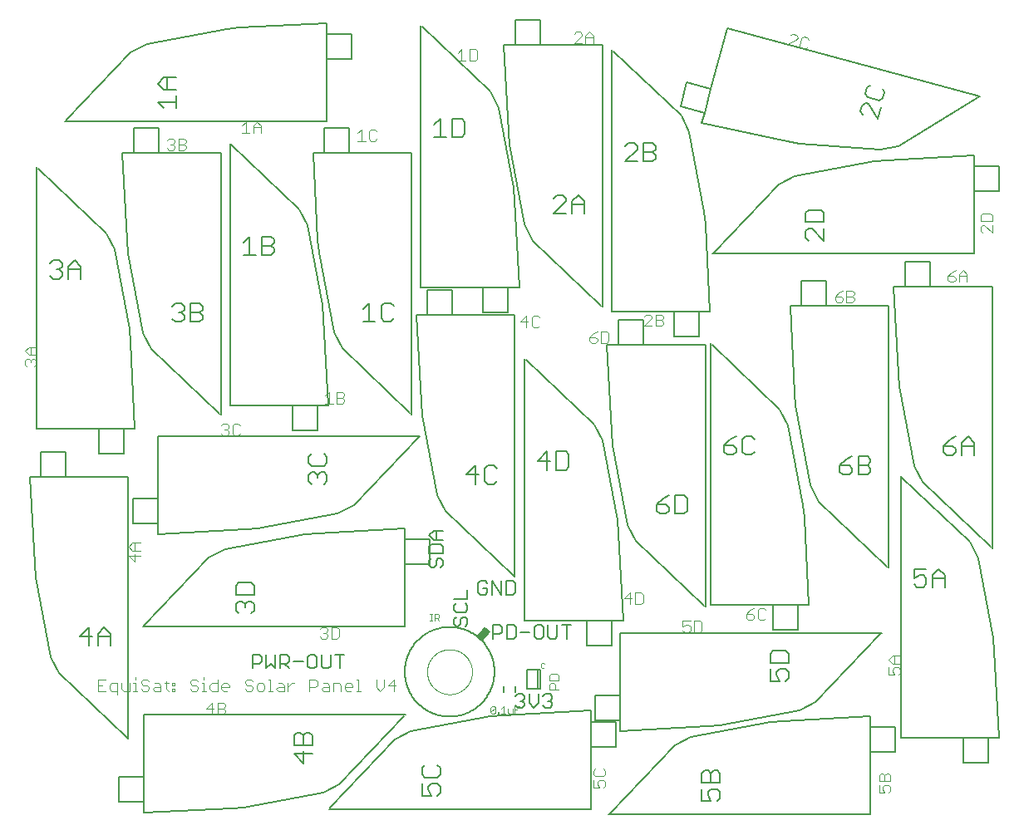
<source format=gto>
G75*
%MOIN*%
%OFA0B0*%
%FSLAX25Y25*%
%IPPOS*%
%LPD*%
%AMOC8*
5,1,8,0,0,1.08239X$1,22.5*
%
%ADD10C,0.00400*%
%ADD11C,0.00500*%
%ADD12C,0.00600*%
%ADD13C,0.00200*%
%ADD14C,0.00197*%
%ADD15C,0.00000*%
%ADD16C,0.00300*%
D10*
X0104087Y0088908D02*
X0107156Y0088908D01*
X0108691Y0088908D02*
X0110992Y0088908D01*
X0111760Y0088141D01*
X0111760Y0087374D01*
X0110992Y0086606D01*
X0108691Y0086606D01*
X0108691Y0091210D01*
X0110992Y0091210D01*
X0111760Y0090443D01*
X0111760Y0089676D01*
X0110992Y0088908D01*
X0106389Y0086606D02*
X0106389Y0091210D01*
X0104087Y0088908D01*
X0103850Y0095937D02*
X0102276Y0095937D01*
X0103063Y0095937D02*
X0103063Y0099085D01*
X0102276Y0099085D01*
X0100711Y0099872D02*
X0099924Y0100659D01*
X0098350Y0100659D01*
X0097563Y0099872D01*
X0097563Y0099085D01*
X0098350Y0098298D01*
X0099924Y0098298D01*
X0100711Y0097511D01*
X0100711Y0096724D01*
X0099924Y0095937D01*
X0098350Y0095937D01*
X0097563Y0096724D01*
X0091281Y0096724D02*
X0091281Y0095937D01*
X0090494Y0095937D01*
X0090494Y0096724D01*
X0091281Y0096724D01*
X0091281Y0098298D02*
X0090494Y0098298D01*
X0090494Y0099085D01*
X0091281Y0099085D01*
X0091281Y0098298D01*
X0088927Y0099085D02*
X0087352Y0099085D01*
X0088140Y0099872D02*
X0088140Y0096724D01*
X0088927Y0095937D01*
X0085788Y0095937D02*
X0083427Y0095937D01*
X0082640Y0096724D01*
X0083427Y0097511D01*
X0085788Y0097511D01*
X0085788Y0098298D02*
X0085788Y0095937D01*
X0085788Y0098298D02*
X0085001Y0099085D01*
X0083427Y0099085D01*
X0081075Y0099872D02*
X0080288Y0100659D01*
X0078714Y0100659D01*
X0077927Y0099872D01*
X0077927Y0099085D01*
X0078714Y0098298D01*
X0080288Y0098298D01*
X0081075Y0097511D01*
X0081075Y0096724D01*
X0080288Y0095937D01*
X0078714Y0095937D01*
X0077927Y0096724D01*
X0076359Y0095937D02*
X0074785Y0095937D01*
X0075572Y0095937D02*
X0075572Y0099085D01*
X0074785Y0099085D01*
X0073221Y0099085D02*
X0073221Y0095937D01*
X0070860Y0095937D01*
X0070073Y0096724D01*
X0070073Y0099085D01*
X0068508Y0099085D02*
X0066147Y0099085D01*
X0065360Y0098298D01*
X0065360Y0096724D01*
X0066147Y0095937D01*
X0068508Y0095937D01*
X0068508Y0094363D02*
X0068508Y0099085D01*
X0063795Y0100659D02*
X0060647Y0100659D01*
X0060647Y0095937D01*
X0063795Y0095937D01*
X0062221Y0098298D02*
X0060647Y0098298D01*
X0075572Y0100659D02*
X0075572Y0101446D01*
X0103063Y0101446D02*
X0103063Y0100659D01*
X0105418Y0098298D02*
X0106205Y0099085D01*
X0108566Y0099085D01*
X0108566Y0100659D02*
X0108566Y0095937D01*
X0106205Y0095937D01*
X0105418Y0096724D01*
X0105418Y0098298D01*
X0110130Y0098298D02*
X0110917Y0099085D01*
X0112492Y0099085D01*
X0113279Y0098298D01*
X0113279Y0097511D01*
X0110130Y0097511D01*
X0110130Y0096724D02*
X0110130Y0098298D01*
X0110130Y0096724D02*
X0110917Y0095937D01*
X0112492Y0095937D01*
X0119556Y0096724D02*
X0120343Y0095937D01*
X0121917Y0095937D01*
X0122704Y0096724D01*
X0122704Y0097511D01*
X0121917Y0098298D01*
X0120343Y0098298D01*
X0119556Y0099085D01*
X0119556Y0099872D01*
X0120343Y0100659D01*
X0121917Y0100659D01*
X0122704Y0099872D01*
X0124268Y0098298D02*
X0125056Y0099085D01*
X0126630Y0099085D01*
X0127417Y0098298D01*
X0127417Y0096724D01*
X0126630Y0095937D01*
X0125056Y0095937D01*
X0124268Y0096724D01*
X0124268Y0098298D01*
X0128981Y0095937D02*
X0130555Y0095937D01*
X0129768Y0095937D02*
X0129768Y0100659D01*
X0128981Y0100659D01*
X0132910Y0099085D02*
X0134484Y0099085D01*
X0135271Y0098298D01*
X0135271Y0095937D01*
X0132910Y0095937D01*
X0132123Y0096724D01*
X0132910Y0097511D01*
X0135271Y0097511D01*
X0136836Y0097511D02*
X0138410Y0099085D01*
X0139197Y0099085D01*
X0136836Y0099085D02*
X0136836Y0095937D01*
X0145476Y0095937D02*
X0145476Y0100659D01*
X0147837Y0100659D01*
X0148624Y0099872D01*
X0148624Y0098298D01*
X0147837Y0097511D01*
X0145476Y0097511D01*
X0150188Y0096724D02*
X0150975Y0097511D01*
X0153336Y0097511D01*
X0153336Y0098298D02*
X0153336Y0095937D01*
X0150975Y0095937D01*
X0150188Y0096724D01*
X0150975Y0099085D02*
X0152549Y0099085D01*
X0153336Y0098298D01*
X0154901Y0099085D02*
X0154901Y0095937D01*
X0158049Y0095937D02*
X0158049Y0098298D01*
X0157262Y0099085D01*
X0154901Y0099085D01*
X0159614Y0098298D02*
X0160401Y0099085D01*
X0161975Y0099085D01*
X0162762Y0098298D01*
X0162762Y0097511D01*
X0159614Y0097511D01*
X0159614Y0096724D02*
X0159614Y0098298D01*
X0159614Y0096724D02*
X0160401Y0095937D01*
X0161975Y0095937D01*
X0164326Y0095937D02*
X0165900Y0095937D01*
X0165113Y0095937D02*
X0165113Y0100659D01*
X0164326Y0100659D01*
X0172181Y0100659D02*
X0172181Y0097511D01*
X0173755Y0095937D01*
X0175329Y0097511D01*
X0175329Y0100659D01*
X0176893Y0098298D02*
X0180042Y0098298D01*
X0179255Y0095937D02*
X0179255Y0100659D01*
X0176893Y0098298D01*
X0157276Y0117728D02*
X0156509Y0116961D01*
X0154207Y0116961D01*
X0154207Y0121565D01*
X0156509Y0121565D01*
X0157276Y0120797D01*
X0157276Y0117728D01*
X0152672Y0117728D02*
X0151905Y0116961D01*
X0150370Y0116961D01*
X0149603Y0117728D01*
X0151138Y0119263D02*
X0151905Y0119263D01*
X0152672Y0118495D01*
X0152672Y0117728D01*
X0151905Y0119263D02*
X0152672Y0120030D01*
X0152672Y0120797D01*
X0151905Y0121565D01*
X0150370Y0121565D01*
X0149603Y0120797D01*
X0077545Y0150015D02*
X0072941Y0150015D01*
X0075243Y0147713D01*
X0075243Y0150783D01*
X0075243Y0152317D02*
X0075243Y0155387D01*
X0074476Y0155387D02*
X0077545Y0155387D01*
X0074476Y0155387D02*
X0072941Y0153852D01*
X0074476Y0152317D01*
X0077545Y0152317D01*
X0110681Y0198535D02*
X0109913Y0199303D01*
X0110681Y0198535D02*
X0112215Y0198535D01*
X0112983Y0199303D01*
X0112983Y0200070D01*
X0112215Y0200837D01*
X0111448Y0200837D01*
X0112215Y0200837D02*
X0112983Y0201605D01*
X0112983Y0202372D01*
X0112215Y0203139D01*
X0110681Y0203139D01*
X0109913Y0202372D01*
X0114517Y0202372D02*
X0114517Y0199303D01*
X0115285Y0198535D01*
X0116819Y0198535D01*
X0117587Y0199303D01*
X0117587Y0202372D02*
X0116819Y0203139D01*
X0115285Y0203139D01*
X0114517Y0202372D01*
X0151808Y0211331D02*
X0154877Y0211331D01*
X0153343Y0211331D02*
X0153343Y0215935D01*
X0151808Y0214400D01*
X0156412Y0213633D02*
X0158714Y0213633D01*
X0159481Y0212865D01*
X0159481Y0212098D01*
X0158714Y0211331D01*
X0156412Y0211331D01*
X0156412Y0215935D01*
X0158714Y0215935D01*
X0159481Y0215167D01*
X0159481Y0214400D01*
X0158714Y0213633D01*
X0230071Y0244144D02*
X0233140Y0244144D01*
X0234675Y0245679D02*
X0234675Y0242610D01*
X0235442Y0241843D01*
X0236977Y0241843D01*
X0237744Y0242610D01*
X0237744Y0245679D02*
X0236977Y0246446D01*
X0235442Y0246446D01*
X0234675Y0245679D01*
X0232373Y0246446D02*
X0232373Y0241843D01*
X0230071Y0244144D02*
X0232373Y0246446D01*
X0257787Y0237963D02*
X0260089Y0237963D01*
X0260857Y0237196D01*
X0260857Y0236429D01*
X0260089Y0235661D01*
X0258555Y0235661D01*
X0257787Y0236429D01*
X0257787Y0237963D01*
X0259322Y0239498D01*
X0260857Y0240265D01*
X0262391Y0240265D02*
X0264693Y0240265D01*
X0265461Y0239498D01*
X0265461Y0236429D01*
X0264693Y0235661D01*
X0262391Y0235661D01*
X0262391Y0240265D01*
X0279682Y0242394D02*
X0282751Y0245463D01*
X0282751Y0246230D01*
X0281984Y0246998D01*
X0280449Y0246998D01*
X0279682Y0246230D01*
X0279682Y0242394D02*
X0282751Y0242394D01*
X0284286Y0242394D02*
X0286588Y0242394D01*
X0287355Y0243161D01*
X0287355Y0243928D01*
X0286588Y0244696D01*
X0284286Y0244696D01*
X0284286Y0246998D02*
X0286588Y0246998D01*
X0287355Y0246230D01*
X0287355Y0245463D01*
X0286588Y0244696D01*
X0284286Y0242394D02*
X0284286Y0246998D01*
X0356213Y0252728D02*
X0356980Y0251961D01*
X0358515Y0251961D01*
X0359282Y0252728D01*
X0359282Y0253495D01*
X0358515Y0254263D01*
X0356213Y0254263D01*
X0356213Y0252728D01*
X0356213Y0254263D02*
X0357747Y0255797D01*
X0359282Y0256565D01*
X0360817Y0256565D02*
X0360817Y0251961D01*
X0363118Y0251961D01*
X0363886Y0252728D01*
X0363886Y0253495D01*
X0363118Y0254263D01*
X0360817Y0254263D01*
X0363118Y0254263D02*
X0363886Y0255030D01*
X0363886Y0255797D01*
X0363118Y0256565D01*
X0360817Y0256565D01*
X0401488Y0260878D02*
X0402255Y0260110D01*
X0403790Y0260110D01*
X0404557Y0260878D01*
X0404557Y0261645D01*
X0403790Y0262412D01*
X0401488Y0262412D01*
X0401488Y0260878D01*
X0401488Y0262412D02*
X0403023Y0263947D01*
X0404557Y0264714D01*
X0406092Y0263180D02*
X0407627Y0264714D01*
X0409161Y0263180D01*
X0409161Y0260110D01*
X0409161Y0262412D02*
X0406092Y0262412D01*
X0406092Y0263180D02*
X0406092Y0260110D01*
X0415401Y0279839D02*
X0414634Y0280607D01*
X0414634Y0282141D01*
X0415401Y0282909D01*
X0416169Y0282909D01*
X0419238Y0279839D01*
X0419238Y0282909D01*
X0419238Y0284443D02*
X0419238Y0286745D01*
X0418470Y0287513D01*
X0415401Y0287513D01*
X0414634Y0286745D01*
X0414634Y0284443D01*
X0419238Y0284443D01*
X0344906Y0354147D02*
X0343966Y0353605D01*
X0342484Y0354002D01*
X0341941Y0354942D01*
X0342735Y0357906D01*
X0343675Y0358449D01*
X0345158Y0358052D01*
X0345700Y0357112D01*
X0341253Y0358304D02*
X0340711Y0359243D01*
X0339228Y0359641D01*
X0338288Y0359098D01*
X0341253Y0358304D02*
X0341055Y0357562D01*
X0337295Y0355392D01*
X0340260Y0354598D01*
X0259240Y0355740D02*
X0259240Y0358809D01*
X0257705Y0360344D01*
X0256171Y0358809D01*
X0256171Y0355740D01*
X0254636Y0355740D02*
X0251567Y0355740D01*
X0254636Y0358809D01*
X0254636Y0359577D01*
X0253869Y0360344D01*
X0252334Y0360344D01*
X0251567Y0359577D01*
X0256171Y0358042D02*
X0259240Y0358042D01*
X0212631Y0352726D02*
X0212631Y0349657D01*
X0211863Y0348890D01*
X0209561Y0348890D01*
X0209561Y0353494D01*
X0211863Y0353494D01*
X0212631Y0352726D01*
X0208027Y0348890D02*
X0204957Y0348890D01*
X0206492Y0348890D02*
X0206492Y0353494D01*
X0204957Y0351959D01*
X0172468Y0320443D02*
X0171701Y0321210D01*
X0170167Y0321210D01*
X0169399Y0320443D01*
X0169399Y0317374D01*
X0170167Y0316606D01*
X0171701Y0316606D01*
X0172468Y0317374D01*
X0167865Y0316606D02*
X0164795Y0316606D01*
X0166330Y0316606D02*
X0166330Y0321210D01*
X0164795Y0319676D01*
X0126017Y0319717D02*
X0126017Y0322786D01*
X0124482Y0324320D01*
X0122947Y0322786D01*
X0122947Y0319717D01*
X0121413Y0319717D02*
X0118343Y0319717D01*
X0119878Y0319717D02*
X0119878Y0324320D01*
X0118343Y0322786D01*
X0122947Y0322018D02*
X0126017Y0322018D01*
X0095933Y0316821D02*
X0095933Y0316054D01*
X0095166Y0315286D01*
X0092864Y0315286D01*
X0091329Y0314519D02*
X0091329Y0313752D01*
X0090562Y0312984D01*
X0089027Y0312984D01*
X0088260Y0313752D01*
X0089794Y0315286D02*
X0090562Y0315286D01*
X0091329Y0314519D01*
X0090562Y0315286D02*
X0091329Y0316054D01*
X0091329Y0316821D01*
X0090562Y0317588D01*
X0089027Y0317588D01*
X0088260Y0316821D01*
X0092864Y0317588D02*
X0092864Y0312984D01*
X0095166Y0312984D01*
X0095933Y0313752D01*
X0095933Y0314519D01*
X0095166Y0315286D01*
X0095933Y0316821D02*
X0095166Y0317588D01*
X0092864Y0317588D01*
X0035931Y0233886D02*
X0032861Y0233886D01*
X0031327Y0232351D01*
X0032861Y0230817D01*
X0035931Y0230817D01*
X0035163Y0229282D02*
X0035931Y0228515D01*
X0035931Y0226980D01*
X0035163Y0226213D01*
X0033629Y0227747D02*
X0033629Y0228515D01*
X0034396Y0229282D01*
X0035163Y0229282D01*
X0033629Y0228515D02*
X0032861Y0229282D01*
X0032094Y0229282D01*
X0031327Y0228515D01*
X0031327Y0226980D01*
X0032094Y0226213D01*
X0033629Y0230817D02*
X0033629Y0233886D01*
X0259398Y0063989D02*
X0259398Y0062455D01*
X0260165Y0061687D01*
X0263234Y0061687D01*
X0264002Y0062455D01*
X0264002Y0063989D01*
X0263234Y0064757D01*
X0260165Y0064757D02*
X0259398Y0063989D01*
X0259398Y0060153D02*
X0259398Y0057083D01*
X0261700Y0057083D01*
X0260932Y0058618D01*
X0260932Y0059385D01*
X0261700Y0060153D01*
X0263234Y0060153D01*
X0264002Y0059385D01*
X0264002Y0057851D01*
X0263234Y0057083D01*
X0295878Y0119520D02*
X0295110Y0120287D01*
X0295878Y0119520D02*
X0297412Y0119520D01*
X0298180Y0120287D01*
X0298180Y0121822D01*
X0297412Y0122589D01*
X0296645Y0122589D01*
X0295110Y0121822D01*
X0295110Y0124124D01*
X0298180Y0124124D01*
X0299714Y0124124D02*
X0299714Y0119520D01*
X0302016Y0119520D01*
X0302783Y0120287D01*
X0302783Y0123356D01*
X0302016Y0124124D01*
X0299714Y0124124D01*
X0320627Y0125326D02*
X0321394Y0124559D01*
X0322929Y0124559D01*
X0323696Y0125326D01*
X0323696Y0126094D01*
X0322929Y0126861D01*
X0320627Y0126861D01*
X0320627Y0125326D01*
X0320627Y0126861D02*
X0322161Y0128396D01*
X0323696Y0129163D01*
X0325231Y0128396D02*
X0325231Y0125326D01*
X0325998Y0124559D01*
X0327533Y0124559D01*
X0328300Y0125326D01*
X0328300Y0128396D02*
X0327533Y0129163D01*
X0325998Y0129163D01*
X0325231Y0128396D01*
X0279245Y0131507D02*
X0278478Y0130740D01*
X0276176Y0130740D01*
X0276176Y0135344D01*
X0278478Y0135344D01*
X0279245Y0134577D01*
X0279245Y0131507D01*
X0274641Y0133042D02*
X0271572Y0133042D01*
X0273874Y0135344D01*
X0273874Y0130740D01*
X0373846Y0062021D02*
X0373846Y0059719D01*
X0378450Y0059719D01*
X0378450Y0062021D01*
X0377683Y0062788D01*
X0376916Y0062788D01*
X0376148Y0062021D01*
X0376148Y0059719D01*
X0376148Y0058184D02*
X0377683Y0058184D01*
X0378450Y0057417D01*
X0378450Y0055882D01*
X0377683Y0055115D01*
X0376148Y0055115D02*
X0375381Y0056650D01*
X0375381Y0057417D01*
X0376148Y0058184D01*
X0373846Y0058184D02*
X0373846Y0055115D01*
X0376148Y0055115D01*
X0376148Y0062021D02*
X0375381Y0062788D01*
X0374614Y0062788D01*
X0373846Y0062021D01*
X0377783Y0102354D02*
X0380085Y0102354D01*
X0379318Y0103889D01*
X0379318Y0104656D01*
X0380085Y0105424D01*
X0381620Y0105424D01*
X0382387Y0104656D01*
X0382387Y0103122D01*
X0381620Y0102354D01*
X0377783Y0102354D02*
X0377783Y0105424D01*
X0379318Y0106958D02*
X0377783Y0108493D01*
X0379318Y0110028D01*
X0382387Y0110028D01*
X0380085Y0110028D02*
X0380085Y0106958D01*
X0379318Y0106958D02*
X0382387Y0106958D01*
D11*
X0078887Y0051406D02*
X0068887Y0051406D01*
X0068887Y0061406D01*
X0078887Y0061406D01*
X0078887Y0086406D01*
X0183887Y0086406D01*
X0183387Y0085906D02*
X0157487Y0058606D01*
X0150987Y0055306D01*
X0118987Y0049306D01*
X0113887Y0048906D01*
X0078887Y0047036D01*
X0078887Y0051406D01*
X0078887Y0061406D01*
X0072745Y0076721D02*
X0072745Y0181721D01*
X0047745Y0181721D01*
X0047745Y0191721D01*
X0037745Y0191721D01*
X0037745Y0181721D01*
X0047745Y0181721D01*
X0037745Y0181721D02*
X0033375Y0181721D01*
X0035245Y0146721D01*
X0035645Y0141621D01*
X0041645Y0109621D01*
X0044945Y0103121D01*
X0072245Y0077221D01*
X0078611Y0121761D02*
X0183611Y0121761D01*
X0183611Y0146761D01*
X0193611Y0146761D01*
X0193611Y0156761D01*
X0183611Y0156761D01*
X0183611Y0146761D01*
X0193463Y0146472D02*
X0194380Y0145555D01*
X0195298Y0145555D01*
X0196215Y0146472D01*
X0196215Y0148307D01*
X0197132Y0149224D01*
X0198050Y0149224D01*
X0198967Y0148307D01*
X0198967Y0146472D01*
X0198050Y0145555D01*
X0193463Y0146472D02*
X0193463Y0148307D01*
X0194380Y0149224D01*
X0193463Y0151079D02*
X0193463Y0153832D01*
X0194380Y0154749D01*
X0198050Y0154749D01*
X0198967Y0153832D01*
X0198967Y0151079D01*
X0193463Y0151079D01*
X0195298Y0156604D02*
X0193463Y0158439D01*
X0195298Y0160274D01*
X0198967Y0160274D01*
X0196215Y0160274D02*
X0196215Y0156604D01*
X0195298Y0156604D02*
X0198967Y0156604D01*
X0199906Y0168082D02*
X0227206Y0142182D01*
X0227706Y0141682D02*
X0227706Y0246682D01*
X0202706Y0246682D01*
X0202706Y0256682D01*
X0192706Y0256682D01*
X0192706Y0246682D01*
X0202706Y0246682D01*
X0192706Y0246682D02*
X0188335Y0246682D01*
X0190206Y0211682D01*
X0190606Y0206582D01*
X0196606Y0174582D01*
X0199906Y0168082D01*
X0183611Y0161131D02*
X0183611Y0156761D01*
X0183611Y0161131D02*
X0148611Y0159261D01*
X0143511Y0158861D01*
X0111511Y0152861D01*
X0105011Y0149561D01*
X0079111Y0122261D01*
X0084713Y0158965D02*
X0119713Y0160835D01*
X0124813Y0161235D01*
X0156813Y0167235D01*
X0163313Y0170535D01*
X0189213Y0197835D01*
X0189713Y0198335D02*
X0084713Y0198335D01*
X0084713Y0173335D01*
X0074713Y0173335D01*
X0074713Y0163335D01*
X0084713Y0163335D01*
X0084713Y0173335D01*
X0084713Y0163335D02*
X0084713Y0158965D01*
X0071131Y0191013D02*
X0061131Y0191013D01*
X0061131Y0201013D01*
X0036131Y0201013D01*
X0036131Y0306013D01*
X0036631Y0305513D02*
X0063931Y0279613D01*
X0067231Y0273113D01*
X0073231Y0241113D01*
X0073631Y0236013D01*
X0075501Y0201013D01*
X0071131Y0201013D01*
X0071131Y0191013D01*
X0071131Y0201013D02*
X0061131Y0201013D01*
X0082071Y0233121D02*
X0109371Y0207221D01*
X0109871Y0206721D02*
X0109871Y0311721D01*
X0084871Y0311721D01*
X0084871Y0321721D01*
X0074871Y0321721D01*
X0074871Y0311721D01*
X0084871Y0311721D01*
X0074871Y0311721D02*
X0070501Y0311721D01*
X0072371Y0276721D01*
X0072771Y0271621D01*
X0078771Y0239621D01*
X0082071Y0233121D01*
X0113611Y0210619D02*
X0113611Y0315619D01*
X0114111Y0315119D02*
X0141411Y0289219D01*
X0144711Y0282719D01*
X0150711Y0250719D01*
X0151111Y0245619D01*
X0152981Y0210619D01*
X0148611Y0210619D01*
X0148611Y0200619D01*
X0138611Y0200619D01*
X0138611Y0210619D01*
X0113611Y0210619D01*
X0138611Y0210619D02*
X0148611Y0210619D01*
X0158528Y0233357D02*
X0185828Y0207457D01*
X0186328Y0206957D02*
X0186328Y0311957D01*
X0161328Y0311957D01*
X0161328Y0321957D01*
X0151328Y0321957D01*
X0151328Y0311957D01*
X0161328Y0311957D01*
X0151328Y0311957D02*
X0146957Y0311957D01*
X0148828Y0276957D01*
X0149228Y0271857D01*
X0155228Y0239857D01*
X0158528Y0233357D01*
X0190146Y0257863D02*
X0190146Y0362863D01*
X0190646Y0362363D02*
X0217946Y0336463D01*
X0221246Y0329963D01*
X0227246Y0297963D01*
X0227646Y0292863D01*
X0229517Y0257863D01*
X0225146Y0257863D01*
X0225146Y0247863D01*
X0215146Y0247863D01*
X0215146Y0257863D01*
X0190146Y0257863D01*
X0215146Y0257863D02*
X0225146Y0257863D01*
X0235063Y0276507D02*
X0262363Y0250607D01*
X0262863Y0250107D02*
X0262863Y0355107D01*
X0237863Y0355107D01*
X0237863Y0365107D01*
X0227863Y0365107D01*
X0227863Y0355107D01*
X0237863Y0355107D01*
X0227863Y0355107D02*
X0223493Y0355107D01*
X0225363Y0320107D01*
X0225763Y0315007D01*
X0231763Y0283007D01*
X0235063Y0276507D01*
X0266721Y0248099D02*
X0266721Y0353099D01*
X0267221Y0352599D02*
X0294521Y0326699D01*
X0297821Y0320199D01*
X0303821Y0288199D01*
X0304221Y0283099D01*
X0306091Y0248099D01*
X0301721Y0248099D01*
X0301721Y0238099D01*
X0291721Y0238099D01*
X0291721Y0248099D01*
X0266721Y0248099D01*
X0269202Y0244713D02*
X0269202Y0234713D01*
X0279202Y0234713D01*
X0279202Y0244713D01*
X0269202Y0244713D01*
X0269202Y0234713D02*
X0264831Y0234713D01*
X0266702Y0199713D01*
X0267102Y0194613D01*
X0273102Y0162613D01*
X0276402Y0156113D01*
X0303702Y0130213D01*
X0304202Y0129713D02*
X0304202Y0234713D01*
X0279202Y0234713D01*
X0291721Y0248099D02*
X0301721Y0248099D01*
X0306367Y0235383D02*
X0306367Y0130383D01*
X0331367Y0130383D01*
X0331367Y0120383D01*
X0341367Y0120383D01*
X0341367Y0130383D01*
X0331367Y0130383D01*
X0341367Y0130383D02*
X0345737Y0130383D01*
X0343867Y0165383D01*
X0343467Y0170483D01*
X0337467Y0202483D01*
X0334167Y0208983D01*
X0306867Y0234883D01*
X0338217Y0250461D02*
X0340087Y0215461D01*
X0340487Y0210361D01*
X0346487Y0178361D01*
X0349787Y0171861D01*
X0377087Y0145961D01*
X0377587Y0145461D02*
X0377587Y0250461D01*
X0352587Y0250461D01*
X0352587Y0260461D01*
X0342587Y0260461D01*
X0342587Y0250461D01*
X0352587Y0250461D01*
X0342587Y0250461D02*
X0338217Y0250461D01*
X0307615Y0271867D02*
X0333515Y0299167D01*
X0340015Y0302467D01*
X0372015Y0308467D01*
X0377115Y0308867D01*
X0412115Y0310737D01*
X0412115Y0306367D01*
X0422115Y0306367D01*
X0422115Y0296367D01*
X0412115Y0296367D01*
X0412115Y0271367D01*
X0307115Y0271367D01*
X0302713Y0323693D02*
X0337004Y0316440D01*
X0342034Y0315507D01*
X0374496Y0313020D01*
X0381629Y0314525D01*
X0413712Y0334192D01*
X0414325Y0334545D02*
X0312902Y0361721D01*
X0306432Y0337573D01*
X0296773Y0340161D01*
X0294184Y0330502D01*
X0303844Y0327914D01*
X0306432Y0337573D01*
X0303844Y0327914D02*
X0302713Y0323693D01*
X0379831Y0258335D02*
X0381702Y0223335D01*
X0382102Y0218235D01*
X0388102Y0186235D01*
X0391402Y0179735D01*
X0418702Y0153835D01*
X0419202Y0153335D02*
X0419202Y0258335D01*
X0394202Y0258335D01*
X0394202Y0268335D01*
X0384202Y0268335D01*
X0384202Y0258335D01*
X0394202Y0258335D01*
X0384202Y0258335D02*
X0379831Y0258335D01*
X0412115Y0296367D02*
X0412115Y0306367D01*
X0382587Y0182154D02*
X0382587Y0077154D01*
X0407587Y0077154D01*
X0407587Y0067154D01*
X0417587Y0067154D01*
X0417587Y0077154D01*
X0407587Y0077154D01*
X0417587Y0077154D02*
X0421957Y0077154D01*
X0420087Y0112154D01*
X0419687Y0117254D01*
X0413687Y0149254D01*
X0410387Y0155754D01*
X0383087Y0181654D01*
X0374910Y0119320D02*
X0269910Y0119320D01*
X0269910Y0094320D01*
X0259910Y0094320D01*
X0259910Y0084320D01*
X0269910Y0084320D01*
X0269910Y0094320D01*
X0258257Y0088020D02*
X0223257Y0086150D01*
X0218157Y0085750D01*
X0186157Y0079750D01*
X0179657Y0076450D01*
X0153757Y0049150D01*
X0153257Y0048650D02*
X0258257Y0048650D01*
X0258257Y0073650D01*
X0268257Y0073650D01*
X0268257Y0083650D01*
X0258257Y0083650D01*
X0258257Y0073650D01*
X0258257Y0083650D02*
X0258257Y0088020D01*
X0269910Y0084320D02*
X0269910Y0079950D01*
X0304910Y0081820D01*
X0310010Y0082220D01*
X0342010Y0088220D01*
X0348510Y0091520D01*
X0374410Y0118820D01*
X0370461Y0085776D02*
X0335461Y0083906D01*
X0330361Y0083506D01*
X0298361Y0077506D01*
X0291861Y0074206D01*
X0265961Y0046906D01*
X0265461Y0046406D02*
X0370461Y0046406D01*
X0370461Y0071406D01*
X0380461Y0071406D01*
X0380461Y0081406D01*
X0370461Y0081406D01*
X0370461Y0071406D01*
X0370461Y0081406D02*
X0370461Y0085776D01*
X0271209Y0124320D02*
X0269339Y0159320D01*
X0268939Y0164420D01*
X0262939Y0196420D01*
X0259639Y0202920D01*
X0232339Y0228820D01*
X0231839Y0229320D02*
X0231839Y0124320D01*
X0256839Y0124320D01*
X0256839Y0114320D01*
X0266839Y0114320D01*
X0266839Y0124320D01*
X0256839Y0124320D01*
X0250351Y0122358D02*
X0246681Y0122358D01*
X0248516Y0122358D02*
X0248516Y0116853D01*
X0244827Y0117771D02*
X0243909Y0116853D01*
X0242074Y0116853D01*
X0241157Y0117771D01*
X0241157Y0122358D01*
X0239302Y0121440D02*
X0238384Y0122358D01*
X0236549Y0122358D01*
X0235632Y0121440D01*
X0235632Y0117771D01*
X0236549Y0116853D01*
X0238384Y0116853D01*
X0239302Y0117771D01*
X0239302Y0121440D01*
X0244827Y0122358D02*
X0244827Y0117771D01*
X0233777Y0119605D02*
X0230107Y0119605D01*
X0228252Y0117771D02*
X0228252Y0121440D01*
X0227335Y0122358D01*
X0224583Y0122358D01*
X0224583Y0116853D01*
X0227335Y0116853D01*
X0228252Y0117771D01*
X0222728Y0119605D02*
X0221810Y0118688D01*
X0219058Y0118688D01*
X0219058Y0116853D02*
X0219058Y0122358D01*
X0221810Y0122358D01*
X0222728Y0121440D01*
X0222728Y0119605D01*
X0208810Y0122850D02*
X0207892Y0121933D01*
X0208810Y0122850D02*
X0208810Y0124685D01*
X0207892Y0125602D01*
X0206975Y0125602D01*
X0206057Y0124685D01*
X0206057Y0122850D01*
X0205140Y0121933D01*
X0204223Y0121933D01*
X0203305Y0122850D01*
X0203305Y0124685D01*
X0204223Y0125602D01*
X0204223Y0127457D02*
X0207892Y0127457D01*
X0208810Y0128375D01*
X0208810Y0130210D01*
X0207892Y0131127D01*
X0208810Y0132982D02*
X0203305Y0132982D01*
X0204223Y0131127D02*
X0203305Y0130210D01*
X0203305Y0128375D01*
X0204223Y0127457D01*
X0208810Y0132982D02*
X0208810Y0136652D01*
X0213152Y0135487D02*
X0214070Y0134570D01*
X0215905Y0134570D01*
X0216822Y0135487D01*
X0216822Y0137322D01*
X0214987Y0137322D01*
X0213152Y0139157D02*
X0213152Y0135487D01*
X0213152Y0139157D02*
X0214070Y0140074D01*
X0215905Y0140074D01*
X0216822Y0139157D01*
X0218677Y0140074D02*
X0222347Y0134570D01*
X0222347Y0140074D01*
X0224202Y0140074D02*
X0226954Y0140074D01*
X0227872Y0139157D01*
X0227872Y0135487D01*
X0226954Y0134570D01*
X0224202Y0134570D01*
X0224202Y0140074D01*
X0218677Y0140074D02*
X0218677Y0134570D01*
X0232784Y0104595D02*
X0237115Y0104595D01*
X0237115Y0096721D01*
X0232784Y0096721D01*
X0232784Y0104595D01*
X0237115Y0104595D02*
X0237902Y0104595D01*
X0237902Y0096721D01*
X0237115Y0096721D01*
X0237269Y0094704D02*
X0237269Y0091034D01*
X0235434Y0089200D01*
X0233599Y0091034D01*
X0233599Y0094704D01*
X0231744Y0093787D02*
X0231744Y0092869D01*
X0230827Y0091952D01*
X0231744Y0091034D01*
X0231744Y0090117D01*
X0230827Y0089200D01*
X0228992Y0089200D01*
X0228074Y0090117D01*
X0229909Y0091952D02*
X0230827Y0091952D01*
X0231744Y0093787D02*
X0230827Y0094704D01*
X0228992Y0094704D01*
X0228074Y0093787D01*
X0239124Y0093787D02*
X0240041Y0094704D01*
X0241876Y0094704D01*
X0242793Y0093787D01*
X0242793Y0092869D01*
X0241876Y0091952D01*
X0242793Y0091034D01*
X0242793Y0090117D01*
X0241876Y0089200D01*
X0240041Y0089200D01*
X0239124Y0090117D01*
X0240959Y0091952D02*
X0241876Y0091952D01*
X0266839Y0124320D02*
X0271209Y0124320D01*
X0183667Y0103650D02*
X0183672Y0104091D01*
X0183689Y0104532D01*
X0183716Y0104972D01*
X0183754Y0105412D01*
X0183802Y0105850D01*
X0183862Y0106288D01*
X0183932Y0106723D01*
X0184012Y0107157D01*
X0184104Y0107589D01*
X0184206Y0108018D01*
X0184318Y0108444D01*
X0184441Y0108868D01*
X0184574Y0109289D01*
X0184718Y0109706D01*
X0184872Y0110119D01*
X0185035Y0110529D01*
X0185209Y0110935D01*
X0185393Y0111336D01*
X0185586Y0111732D01*
X0185790Y0112124D01*
X0186002Y0112510D01*
X0186224Y0112892D01*
X0186456Y0113267D01*
X0186697Y0113637D01*
X0186946Y0114001D01*
X0187205Y0114358D01*
X0187472Y0114709D01*
X0187747Y0115054D01*
X0188031Y0115391D01*
X0188324Y0115722D01*
X0188624Y0116045D01*
X0188932Y0116361D01*
X0189248Y0116669D01*
X0189571Y0116969D01*
X0189902Y0117262D01*
X0190239Y0117546D01*
X0190584Y0117821D01*
X0190935Y0118088D01*
X0191292Y0118347D01*
X0191656Y0118596D01*
X0192026Y0118837D01*
X0192401Y0119069D01*
X0192783Y0119291D01*
X0193169Y0119503D01*
X0193561Y0119707D01*
X0193957Y0119900D01*
X0194358Y0120084D01*
X0194764Y0120258D01*
X0195174Y0120421D01*
X0195587Y0120575D01*
X0196004Y0120719D01*
X0196425Y0120852D01*
X0196849Y0120975D01*
X0197275Y0121087D01*
X0197704Y0121189D01*
X0198136Y0121281D01*
X0198570Y0121361D01*
X0199005Y0121431D01*
X0199443Y0121491D01*
X0199881Y0121539D01*
X0200321Y0121577D01*
X0200761Y0121604D01*
X0201202Y0121621D01*
X0201643Y0121626D01*
X0202084Y0121621D01*
X0202525Y0121604D01*
X0202965Y0121577D01*
X0203405Y0121539D01*
X0203843Y0121491D01*
X0204281Y0121431D01*
X0204716Y0121361D01*
X0205150Y0121281D01*
X0205582Y0121189D01*
X0206011Y0121087D01*
X0206437Y0120975D01*
X0206861Y0120852D01*
X0207282Y0120719D01*
X0207699Y0120575D01*
X0208112Y0120421D01*
X0208522Y0120258D01*
X0208928Y0120084D01*
X0209329Y0119900D01*
X0209725Y0119707D01*
X0210117Y0119503D01*
X0210503Y0119291D01*
X0210885Y0119069D01*
X0211260Y0118837D01*
X0211630Y0118596D01*
X0211994Y0118347D01*
X0212351Y0118088D01*
X0212702Y0117821D01*
X0213047Y0117546D01*
X0213384Y0117262D01*
X0213715Y0116969D01*
X0214038Y0116669D01*
X0214354Y0116361D01*
X0214662Y0116045D01*
X0214962Y0115722D01*
X0215255Y0115391D01*
X0215539Y0115054D01*
X0215814Y0114709D01*
X0216081Y0114358D01*
X0216340Y0114001D01*
X0216589Y0113637D01*
X0216830Y0113267D01*
X0217062Y0112892D01*
X0217284Y0112510D01*
X0217496Y0112124D01*
X0217700Y0111732D01*
X0217893Y0111336D01*
X0218077Y0110935D01*
X0218251Y0110529D01*
X0218414Y0110119D01*
X0218568Y0109706D01*
X0218712Y0109289D01*
X0218845Y0108868D01*
X0218968Y0108444D01*
X0219080Y0108018D01*
X0219182Y0107589D01*
X0219274Y0107157D01*
X0219354Y0106723D01*
X0219424Y0106288D01*
X0219484Y0105850D01*
X0219532Y0105412D01*
X0219570Y0104972D01*
X0219597Y0104532D01*
X0219614Y0104091D01*
X0219619Y0103650D01*
X0219614Y0103209D01*
X0219597Y0102768D01*
X0219570Y0102328D01*
X0219532Y0101888D01*
X0219484Y0101450D01*
X0219424Y0101012D01*
X0219354Y0100577D01*
X0219274Y0100143D01*
X0219182Y0099711D01*
X0219080Y0099282D01*
X0218968Y0098856D01*
X0218845Y0098432D01*
X0218712Y0098011D01*
X0218568Y0097594D01*
X0218414Y0097181D01*
X0218251Y0096771D01*
X0218077Y0096365D01*
X0217893Y0095964D01*
X0217700Y0095568D01*
X0217496Y0095176D01*
X0217284Y0094790D01*
X0217062Y0094408D01*
X0216830Y0094033D01*
X0216589Y0093663D01*
X0216340Y0093299D01*
X0216081Y0092942D01*
X0215814Y0092591D01*
X0215539Y0092246D01*
X0215255Y0091909D01*
X0214962Y0091578D01*
X0214662Y0091255D01*
X0214354Y0090939D01*
X0214038Y0090631D01*
X0213715Y0090331D01*
X0213384Y0090038D01*
X0213047Y0089754D01*
X0212702Y0089479D01*
X0212351Y0089212D01*
X0211994Y0088953D01*
X0211630Y0088704D01*
X0211260Y0088463D01*
X0210885Y0088231D01*
X0210503Y0088009D01*
X0210117Y0087797D01*
X0209725Y0087593D01*
X0209329Y0087400D01*
X0208928Y0087216D01*
X0208522Y0087042D01*
X0208112Y0086879D01*
X0207699Y0086725D01*
X0207282Y0086581D01*
X0206861Y0086448D01*
X0206437Y0086325D01*
X0206011Y0086213D01*
X0205582Y0086111D01*
X0205150Y0086019D01*
X0204716Y0085939D01*
X0204281Y0085869D01*
X0203843Y0085809D01*
X0203405Y0085761D01*
X0202965Y0085723D01*
X0202525Y0085696D01*
X0202084Y0085679D01*
X0201643Y0085674D01*
X0201202Y0085679D01*
X0200761Y0085696D01*
X0200321Y0085723D01*
X0199881Y0085761D01*
X0199443Y0085809D01*
X0199005Y0085869D01*
X0198570Y0085939D01*
X0198136Y0086019D01*
X0197704Y0086111D01*
X0197275Y0086213D01*
X0196849Y0086325D01*
X0196425Y0086448D01*
X0196004Y0086581D01*
X0195587Y0086725D01*
X0195174Y0086879D01*
X0194764Y0087042D01*
X0194358Y0087216D01*
X0193957Y0087400D01*
X0193561Y0087593D01*
X0193169Y0087797D01*
X0192783Y0088009D01*
X0192401Y0088231D01*
X0192026Y0088463D01*
X0191656Y0088704D01*
X0191292Y0088953D01*
X0190935Y0089212D01*
X0190584Y0089479D01*
X0190239Y0089754D01*
X0189902Y0090038D01*
X0189571Y0090331D01*
X0189248Y0090631D01*
X0188932Y0090939D01*
X0188624Y0091255D01*
X0188324Y0091578D01*
X0188031Y0091909D01*
X0187747Y0092246D01*
X0187472Y0092591D01*
X0187205Y0092942D01*
X0186946Y0093299D01*
X0186697Y0093663D01*
X0186456Y0094033D01*
X0186224Y0094408D01*
X0186002Y0094790D01*
X0185790Y0095176D01*
X0185586Y0095568D01*
X0185393Y0095964D01*
X0185209Y0096365D01*
X0185035Y0096771D01*
X0184872Y0097181D01*
X0184718Y0097594D01*
X0184574Y0098011D01*
X0184441Y0098432D01*
X0184318Y0098856D01*
X0184206Y0099282D01*
X0184104Y0099711D01*
X0184012Y0100143D01*
X0183932Y0100577D01*
X0183862Y0101012D01*
X0183802Y0101450D01*
X0183754Y0101888D01*
X0183716Y0102328D01*
X0183689Y0102768D01*
X0183672Y0103209D01*
X0183667Y0103650D01*
X0159419Y0110547D02*
X0155749Y0110547D01*
X0157584Y0110547D02*
X0157584Y0105042D01*
X0153895Y0105960D02*
X0153895Y0110547D01*
X0150225Y0110547D02*
X0150225Y0105960D01*
X0151142Y0105042D01*
X0152977Y0105042D01*
X0153895Y0105960D01*
X0148370Y0105960D02*
X0148370Y0109629D01*
X0147452Y0110547D01*
X0145617Y0110547D01*
X0144700Y0109629D01*
X0144700Y0105960D01*
X0145617Y0105042D01*
X0147452Y0105042D01*
X0148370Y0105960D01*
X0142845Y0107794D02*
X0139175Y0107794D01*
X0137320Y0107794D02*
X0136403Y0106877D01*
X0133651Y0106877D01*
X0135486Y0106877D02*
X0137320Y0105042D01*
X0137320Y0107794D02*
X0137320Y0109629D01*
X0136403Y0110547D01*
X0133651Y0110547D01*
X0133651Y0105042D01*
X0131796Y0105042D02*
X0131796Y0110547D01*
X0128126Y0110547D02*
X0128126Y0105042D01*
X0129961Y0106877D01*
X0131796Y0105042D01*
X0126271Y0107794D02*
X0125354Y0106877D01*
X0122601Y0106877D01*
X0122601Y0105042D02*
X0122601Y0110547D01*
X0125354Y0110547D01*
X0126271Y0109629D01*
X0126271Y0107794D01*
X0152351Y0324517D02*
X0047351Y0324517D01*
X0047851Y0325017D02*
X0073751Y0352317D01*
X0080251Y0355617D01*
X0112251Y0361617D01*
X0117351Y0362017D01*
X0152351Y0363887D01*
X0152351Y0359517D01*
X0162351Y0359517D01*
X0162351Y0349517D01*
X0152351Y0349517D01*
X0152351Y0324517D01*
X0152351Y0349517D02*
X0152351Y0359517D01*
D12*
X0195446Y0323101D02*
X0197915Y0325569D01*
X0197915Y0318163D01*
X0195446Y0318163D02*
X0200384Y0318163D01*
X0202813Y0318163D02*
X0206516Y0318163D01*
X0207750Y0319397D01*
X0207750Y0324335D01*
X0206516Y0325569D01*
X0202813Y0325569D01*
X0202813Y0318163D01*
X0243430Y0293579D02*
X0244665Y0294813D01*
X0247134Y0294813D01*
X0248368Y0293579D01*
X0248368Y0292345D01*
X0243430Y0287407D01*
X0248368Y0287407D01*
X0250797Y0287407D02*
X0250797Y0292345D01*
X0253265Y0294813D01*
X0255734Y0292345D01*
X0255734Y0287407D01*
X0255734Y0291110D02*
X0250797Y0291110D01*
X0272021Y0308399D02*
X0276959Y0313337D01*
X0276959Y0314571D01*
X0275724Y0315806D01*
X0273256Y0315806D01*
X0272021Y0314571D01*
X0279388Y0315806D02*
X0283091Y0315806D01*
X0284325Y0314571D01*
X0284325Y0313337D01*
X0283091Y0312102D01*
X0279388Y0312102D01*
X0283091Y0312102D02*
X0284325Y0310868D01*
X0284325Y0309634D01*
X0283091Y0308399D01*
X0279388Y0308399D01*
X0279388Y0315806D01*
X0276959Y0308399D02*
X0272021Y0308399D01*
X0344409Y0287736D02*
X0344409Y0284033D01*
X0351815Y0284033D01*
X0351815Y0287736D01*
X0350581Y0288971D01*
X0345643Y0288971D01*
X0344409Y0287736D01*
X0345643Y0281604D02*
X0344409Y0280370D01*
X0344409Y0277901D01*
X0345643Y0276667D01*
X0345643Y0281604D02*
X0346877Y0281604D01*
X0351815Y0276667D01*
X0351815Y0281604D01*
X0367304Y0327026D02*
X0366432Y0328538D01*
X0367070Y0330923D01*
X0368582Y0331795D01*
X0369775Y0331476D01*
X0373266Y0325429D01*
X0374544Y0330198D01*
X0373980Y0332864D02*
X0369211Y0334141D01*
X0368338Y0335653D01*
X0368977Y0338038D01*
X0370489Y0338911D01*
X0375258Y0337633D02*
X0376131Y0336121D01*
X0375492Y0333736D01*
X0373980Y0332864D01*
X0404707Y0198042D02*
X0402238Y0196807D01*
X0399769Y0194339D01*
X0403472Y0194339D01*
X0404707Y0193104D01*
X0404707Y0191870D01*
X0403472Y0190635D01*
X0401003Y0190635D01*
X0399769Y0191870D01*
X0399769Y0194339D01*
X0407135Y0194339D02*
X0412073Y0194339D01*
X0412073Y0195573D02*
X0412073Y0190635D01*
X0407135Y0190635D02*
X0407135Y0195573D01*
X0409604Y0198042D01*
X0412073Y0195573D01*
X0370459Y0188933D02*
X0370459Y0187699D01*
X0369224Y0186465D01*
X0365521Y0186465D01*
X0363092Y0185230D02*
X0361858Y0186465D01*
X0358155Y0186465D01*
X0358155Y0183996D01*
X0359389Y0182761D01*
X0361858Y0182761D01*
X0363092Y0183996D01*
X0363092Y0185230D01*
X0365521Y0182761D02*
X0365521Y0190168D01*
X0369224Y0190168D01*
X0370459Y0188933D01*
X0369224Y0186465D02*
X0370459Y0185230D01*
X0370459Y0183996D01*
X0369224Y0182761D01*
X0365521Y0182761D01*
X0363092Y0190168D02*
X0360624Y0188933D01*
X0358155Y0186465D01*
X0323971Y0191917D02*
X0322736Y0190683D01*
X0320268Y0190683D01*
X0319033Y0191917D01*
X0319033Y0196855D01*
X0320268Y0198089D01*
X0322736Y0198089D01*
X0323971Y0196855D01*
X0316604Y0198089D02*
X0314136Y0196855D01*
X0311667Y0194386D01*
X0315370Y0194386D01*
X0316604Y0193151D01*
X0316604Y0191917D01*
X0315370Y0190683D01*
X0312901Y0190683D01*
X0311667Y0191917D01*
X0311667Y0194386D01*
X0295838Y0174420D02*
X0292135Y0174420D01*
X0292135Y0167013D01*
X0295838Y0167013D01*
X0297073Y0168248D01*
X0297073Y0173185D01*
X0295838Y0174420D01*
X0289707Y0174420D02*
X0287238Y0173185D01*
X0284769Y0170717D01*
X0288472Y0170717D01*
X0289707Y0169482D01*
X0289707Y0168248D01*
X0288472Y0167013D01*
X0286003Y0167013D01*
X0284769Y0168248D01*
X0284769Y0170717D01*
X0249443Y0185854D02*
X0249443Y0190792D01*
X0248209Y0192026D01*
X0244506Y0192026D01*
X0244506Y0184620D01*
X0248209Y0184620D01*
X0249443Y0185854D01*
X0242077Y0188323D02*
X0237139Y0188323D01*
X0240843Y0192026D01*
X0240843Y0184620D01*
X0220577Y0185154D02*
X0219342Y0186388D01*
X0216874Y0186388D01*
X0215639Y0185154D01*
X0215639Y0180216D01*
X0216874Y0178982D01*
X0219342Y0178982D01*
X0220577Y0180216D01*
X0213210Y0182685D02*
X0208273Y0182685D01*
X0211976Y0186388D01*
X0211976Y0178982D01*
X0152413Y0180137D02*
X0151179Y0178903D01*
X0152413Y0180137D02*
X0152413Y0182606D01*
X0151179Y0183840D01*
X0149945Y0183840D01*
X0148710Y0182606D01*
X0148710Y0181372D01*
X0148710Y0182606D02*
X0147476Y0183840D01*
X0146241Y0183840D01*
X0145007Y0182606D01*
X0145007Y0180137D01*
X0146241Y0178903D01*
X0146241Y0186269D02*
X0151179Y0186269D01*
X0152413Y0187504D01*
X0152413Y0189972D01*
X0151179Y0191207D01*
X0146241Y0191207D02*
X0145007Y0189972D01*
X0145007Y0187504D01*
X0146241Y0186269D01*
X0122077Y0139364D02*
X0117139Y0139364D01*
X0115905Y0138130D01*
X0115905Y0134427D01*
X0123311Y0134427D01*
X0123311Y0138130D01*
X0122077Y0139364D01*
X0122077Y0131998D02*
X0120842Y0131998D01*
X0119608Y0130764D01*
X0119608Y0129529D01*
X0119608Y0130764D02*
X0118373Y0131998D01*
X0117139Y0131998D01*
X0115905Y0130764D01*
X0115905Y0128295D01*
X0117139Y0127061D01*
X0122077Y0127061D02*
X0123311Y0128295D01*
X0123311Y0130764D01*
X0122077Y0131998D01*
X0065616Y0118959D02*
X0065616Y0114021D01*
X0065616Y0117724D02*
X0060679Y0117724D01*
X0060679Y0118959D02*
X0063147Y0121428D01*
X0065616Y0118959D01*
X0060679Y0118959D02*
X0060679Y0114021D01*
X0057015Y0114021D02*
X0057015Y0121428D01*
X0053312Y0117724D01*
X0058250Y0117724D01*
X0139180Y0078043D02*
X0139180Y0074340D01*
X0146587Y0074340D01*
X0146587Y0078043D01*
X0145352Y0079278D01*
X0144118Y0079278D01*
X0142883Y0078043D01*
X0142883Y0074340D01*
X0142883Y0071911D02*
X0142883Y0066974D01*
X0139180Y0070677D01*
X0146587Y0070677D01*
X0142883Y0078043D02*
X0141649Y0079278D01*
X0140415Y0079278D01*
X0139180Y0078043D01*
X0190550Y0065020D02*
X0190550Y0062551D01*
X0191785Y0061317D01*
X0196722Y0061317D01*
X0197957Y0062551D01*
X0197957Y0065020D01*
X0196722Y0066254D01*
X0191785Y0066254D02*
X0190550Y0065020D01*
X0190550Y0058888D02*
X0190550Y0053950D01*
X0194254Y0053950D01*
X0193019Y0056419D01*
X0193019Y0057654D01*
X0194254Y0058888D01*
X0196722Y0058888D01*
X0197957Y0057654D01*
X0197957Y0055185D01*
X0196722Y0053950D01*
X0223217Y0095343D02*
X0223217Y0097706D01*
X0227942Y0097706D02*
X0227942Y0095343D01*
X0302755Y0062776D02*
X0302755Y0059073D01*
X0310161Y0059073D01*
X0310161Y0062776D01*
X0308927Y0064010D01*
X0307693Y0064010D01*
X0306458Y0062776D01*
X0306458Y0059073D01*
X0306458Y0056644D02*
X0308927Y0056644D01*
X0310161Y0055409D01*
X0310161Y0052941D01*
X0308927Y0051706D01*
X0306458Y0051706D02*
X0305224Y0054175D01*
X0305224Y0055409D01*
X0306458Y0056644D01*
X0302755Y0056644D02*
X0302755Y0051706D01*
X0306458Y0051706D01*
X0306458Y0062776D02*
X0305224Y0064010D01*
X0303989Y0064010D01*
X0302755Y0062776D01*
X0330204Y0099887D02*
X0333907Y0099887D01*
X0332673Y0102356D01*
X0332673Y0103590D01*
X0333907Y0104825D01*
X0336376Y0104825D01*
X0337610Y0103590D01*
X0337610Y0101121D01*
X0336376Y0099887D01*
X0330204Y0099887D02*
X0330204Y0104825D01*
X0330204Y0107253D02*
X0330204Y0110957D01*
X0331438Y0112191D01*
X0336376Y0112191D01*
X0337610Y0110957D01*
X0337610Y0107253D01*
X0330204Y0107253D01*
X0387887Y0138689D02*
X0389122Y0137454D01*
X0391591Y0137454D01*
X0392825Y0138689D01*
X0392825Y0141157D01*
X0391591Y0142392D01*
X0390356Y0142392D01*
X0387887Y0141157D01*
X0387887Y0144861D01*
X0392825Y0144861D01*
X0395254Y0142392D02*
X0395254Y0137454D01*
X0395254Y0141157D02*
X0400191Y0141157D01*
X0400191Y0142392D02*
X0400191Y0137454D01*
X0400191Y0142392D02*
X0397722Y0144861D01*
X0395254Y0142392D01*
X0179199Y0245492D02*
X0177964Y0244257D01*
X0175496Y0244257D01*
X0174261Y0245492D01*
X0174261Y0250429D01*
X0175496Y0251664D01*
X0177964Y0251664D01*
X0179199Y0250429D01*
X0171833Y0244257D02*
X0166895Y0244257D01*
X0169364Y0244257D02*
X0169364Y0251664D01*
X0166895Y0249195D01*
X0131215Y0272153D02*
X0129980Y0270919D01*
X0126277Y0270919D01*
X0126277Y0278325D01*
X0129980Y0278325D01*
X0131215Y0277091D01*
X0131215Y0275856D01*
X0129980Y0274622D01*
X0126277Y0274622D01*
X0129980Y0274622D02*
X0131215Y0273388D01*
X0131215Y0272153D01*
X0123849Y0270919D02*
X0118911Y0270919D01*
X0121380Y0270919D02*
X0121380Y0278325D01*
X0118911Y0275856D01*
X0101508Y0251428D02*
X0097805Y0251428D01*
X0097805Y0244021D01*
X0101508Y0244021D01*
X0102742Y0245256D01*
X0102742Y0246490D01*
X0101508Y0247724D01*
X0097805Y0247724D01*
X0095376Y0246490D02*
X0095376Y0245256D01*
X0094141Y0244021D01*
X0091673Y0244021D01*
X0090438Y0245256D01*
X0092907Y0247724D02*
X0094141Y0247724D01*
X0095376Y0246490D01*
X0094141Y0247724D02*
X0095376Y0248959D01*
X0095376Y0250193D01*
X0094141Y0251428D01*
X0091673Y0251428D01*
X0090438Y0250193D01*
X0101508Y0251428D02*
X0102742Y0250193D01*
X0102742Y0248959D01*
X0101508Y0247724D01*
X0053735Y0261313D02*
X0053735Y0266250D01*
X0051266Y0268719D01*
X0048797Y0266250D01*
X0048797Y0261313D01*
X0046368Y0262547D02*
X0045134Y0261313D01*
X0042665Y0261313D01*
X0041431Y0262547D01*
X0043899Y0265016D02*
X0045134Y0265016D01*
X0046368Y0263781D01*
X0046368Y0262547D01*
X0045134Y0265016D02*
X0046368Y0266250D01*
X0046368Y0267485D01*
X0045134Y0268719D01*
X0042665Y0268719D01*
X0041431Y0267485D01*
X0048797Y0265016D02*
X0053735Y0265016D01*
X0087114Y0329817D02*
X0084645Y0332285D01*
X0092051Y0332285D01*
X0092051Y0329817D02*
X0092051Y0334754D01*
X0092051Y0337183D02*
X0087114Y0337183D01*
X0084645Y0339652D01*
X0087114Y0342120D01*
X0092051Y0342120D01*
X0088348Y0342120D02*
X0088348Y0337183D01*
D13*
X0193806Y0126899D02*
X0194724Y0126899D01*
X0194265Y0126899D02*
X0194265Y0124144D01*
X0193806Y0124144D02*
X0194724Y0124144D01*
X0195618Y0124144D02*
X0195618Y0126899D01*
X0196996Y0126899D01*
X0197455Y0126440D01*
X0197455Y0125522D01*
X0196996Y0125062D01*
X0195618Y0125062D01*
X0196537Y0125062D02*
X0197455Y0124144D01*
X0218599Y0089763D02*
X0219533Y0089763D01*
X0220001Y0089296D01*
X0218132Y0087428D01*
X0218599Y0086961D01*
X0219533Y0086961D01*
X0220001Y0087428D01*
X0220001Y0089296D01*
X0218599Y0089763D02*
X0218132Y0089296D01*
X0218132Y0087428D01*
X0220895Y0087428D02*
X0221362Y0087428D01*
X0221362Y0086961D01*
X0220895Y0086961D01*
X0220895Y0087428D01*
X0222276Y0086961D02*
X0224144Y0086961D01*
X0223210Y0086961D02*
X0223210Y0089763D01*
X0222276Y0088829D01*
X0225038Y0088829D02*
X0225038Y0087428D01*
X0225505Y0086961D01*
X0226906Y0086961D01*
X0226906Y0088829D01*
X0227801Y0088362D02*
X0228735Y0088362D01*
X0227801Y0089763D02*
X0229669Y0089763D01*
X0227801Y0089763D02*
X0227801Y0086961D01*
D14*
X0192627Y0103650D02*
X0192630Y0103871D01*
X0192638Y0104092D01*
X0192651Y0104313D01*
X0192670Y0104534D01*
X0192695Y0104754D01*
X0192725Y0104973D01*
X0192760Y0105191D01*
X0192800Y0105409D01*
X0192846Y0105625D01*
X0192897Y0105841D01*
X0192954Y0106055D01*
X0193015Y0106267D01*
X0193082Y0106478D01*
X0193154Y0106687D01*
X0193231Y0106895D01*
X0193313Y0107100D01*
X0193400Y0107304D01*
X0193493Y0107505D01*
X0193590Y0107704D01*
X0193692Y0107900D01*
X0193798Y0108094D01*
X0193910Y0108285D01*
X0194026Y0108474D01*
X0194146Y0108659D01*
X0194272Y0108841D01*
X0194401Y0109021D01*
X0194535Y0109197D01*
X0194674Y0109370D01*
X0194816Y0109539D01*
X0194963Y0109705D01*
X0195113Y0109867D01*
X0195268Y0110025D01*
X0195426Y0110180D01*
X0195588Y0110330D01*
X0195754Y0110477D01*
X0195923Y0110619D01*
X0196096Y0110758D01*
X0196272Y0110892D01*
X0196452Y0111021D01*
X0196634Y0111147D01*
X0196819Y0111267D01*
X0197008Y0111383D01*
X0197199Y0111495D01*
X0197393Y0111601D01*
X0197589Y0111703D01*
X0197788Y0111800D01*
X0197989Y0111893D01*
X0198193Y0111980D01*
X0198398Y0112062D01*
X0198606Y0112139D01*
X0198815Y0112211D01*
X0199026Y0112278D01*
X0199238Y0112339D01*
X0199452Y0112396D01*
X0199668Y0112447D01*
X0199884Y0112493D01*
X0200102Y0112533D01*
X0200320Y0112568D01*
X0200539Y0112598D01*
X0200759Y0112623D01*
X0200980Y0112642D01*
X0201201Y0112655D01*
X0201422Y0112663D01*
X0201643Y0112666D01*
X0201864Y0112663D01*
X0202085Y0112655D01*
X0202306Y0112642D01*
X0202527Y0112623D01*
X0202747Y0112598D01*
X0202966Y0112568D01*
X0203184Y0112533D01*
X0203402Y0112493D01*
X0203618Y0112447D01*
X0203834Y0112396D01*
X0204048Y0112339D01*
X0204260Y0112278D01*
X0204471Y0112211D01*
X0204680Y0112139D01*
X0204888Y0112062D01*
X0205093Y0111980D01*
X0205297Y0111893D01*
X0205498Y0111800D01*
X0205697Y0111703D01*
X0205893Y0111601D01*
X0206087Y0111495D01*
X0206278Y0111383D01*
X0206467Y0111267D01*
X0206652Y0111147D01*
X0206834Y0111021D01*
X0207014Y0110892D01*
X0207190Y0110758D01*
X0207363Y0110619D01*
X0207532Y0110477D01*
X0207698Y0110330D01*
X0207860Y0110180D01*
X0208018Y0110025D01*
X0208173Y0109867D01*
X0208323Y0109705D01*
X0208470Y0109539D01*
X0208612Y0109370D01*
X0208751Y0109197D01*
X0208885Y0109021D01*
X0209014Y0108841D01*
X0209140Y0108659D01*
X0209260Y0108474D01*
X0209376Y0108285D01*
X0209488Y0108094D01*
X0209594Y0107900D01*
X0209696Y0107704D01*
X0209793Y0107505D01*
X0209886Y0107304D01*
X0209973Y0107100D01*
X0210055Y0106895D01*
X0210132Y0106687D01*
X0210204Y0106478D01*
X0210271Y0106267D01*
X0210332Y0106055D01*
X0210389Y0105841D01*
X0210440Y0105625D01*
X0210486Y0105409D01*
X0210526Y0105191D01*
X0210561Y0104973D01*
X0210591Y0104754D01*
X0210616Y0104534D01*
X0210635Y0104313D01*
X0210648Y0104092D01*
X0210656Y0103871D01*
X0210659Y0103650D01*
X0210656Y0103429D01*
X0210648Y0103208D01*
X0210635Y0102987D01*
X0210616Y0102766D01*
X0210591Y0102546D01*
X0210561Y0102327D01*
X0210526Y0102109D01*
X0210486Y0101891D01*
X0210440Y0101675D01*
X0210389Y0101459D01*
X0210332Y0101245D01*
X0210271Y0101033D01*
X0210204Y0100822D01*
X0210132Y0100613D01*
X0210055Y0100405D01*
X0209973Y0100200D01*
X0209886Y0099996D01*
X0209793Y0099795D01*
X0209696Y0099596D01*
X0209594Y0099400D01*
X0209488Y0099206D01*
X0209376Y0099015D01*
X0209260Y0098826D01*
X0209140Y0098641D01*
X0209014Y0098459D01*
X0208885Y0098279D01*
X0208751Y0098103D01*
X0208612Y0097930D01*
X0208470Y0097761D01*
X0208323Y0097595D01*
X0208173Y0097433D01*
X0208018Y0097275D01*
X0207860Y0097120D01*
X0207698Y0096970D01*
X0207532Y0096823D01*
X0207363Y0096681D01*
X0207190Y0096542D01*
X0207014Y0096408D01*
X0206834Y0096279D01*
X0206652Y0096153D01*
X0206467Y0096033D01*
X0206278Y0095917D01*
X0206087Y0095805D01*
X0205893Y0095699D01*
X0205697Y0095597D01*
X0205498Y0095500D01*
X0205297Y0095407D01*
X0205093Y0095320D01*
X0204888Y0095238D01*
X0204680Y0095161D01*
X0204471Y0095089D01*
X0204260Y0095022D01*
X0204048Y0094961D01*
X0203834Y0094904D01*
X0203618Y0094853D01*
X0203402Y0094807D01*
X0203184Y0094767D01*
X0202966Y0094732D01*
X0202747Y0094702D01*
X0202527Y0094677D01*
X0202306Y0094658D01*
X0202085Y0094645D01*
X0201864Y0094637D01*
X0201643Y0094634D01*
X0201422Y0094637D01*
X0201201Y0094645D01*
X0200980Y0094658D01*
X0200759Y0094677D01*
X0200539Y0094702D01*
X0200320Y0094732D01*
X0200102Y0094767D01*
X0199884Y0094807D01*
X0199668Y0094853D01*
X0199452Y0094904D01*
X0199238Y0094961D01*
X0199026Y0095022D01*
X0198815Y0095089D01*
X0198606Y0095161D01*
X0198398Y0095238D01*
X0198193Y0095320D01*
X0197989Y0095407D01*
X0197788Y0095500D01*
X0197589Y0095597D01*
X0197393Y0095699D01*
X0197199Y0095805D01*
X0197008Y0095917D01*
X0196819Y0096033D01*
X0196634Y0096153D01*
X0196452Y0096279D01*
X0196272Y0096408D01*
X0196096Y0096542D01*
X0195923Y0096681D01*
X0195754Y0096823D01*
X0195588Y0096970D01*
X0195426Y0097120D01*
X0195268Y0097275D01*
X0195113Y0097433D01*
X0194963Y0097595D01*
X0194816Y0097761D01*
X0194674Y0097930D01*
X0194535Y0098103D01*
X0194401Y0098279D01*
X0194272Y0098459D01*
X0194146Y0098641D01*
X0194026Y0098826D01*
X0193910Y0099015D01*
X0193798Y0099206D01*
X0193692Y0099400D01*
X0193590Y0099596D01*
X0193493Y0099795D01*
X0193400Y0099996D01*
X0193313Y0100200D01*
X0193231Y0100405D01*
X0193154Y0100613D01*
X0193082Y0100822D01*
X0193015Y0101033D01*
X0192954Y0101245D01*
X0192897Y0101459D01*
X0192846Y0101675D01*
X0192800Y0101891D01*
X0192760Y0102109D01*
X0192725Y0102327D01*
X0192695Y0102546D01*
X0192670Y0102766D01*
X0192651Y0102987D01*
X0192638Y0103208D01*
X0192630Y0103429D01*
X0192627Y0103650D01*
X0212643Y0118186D02*
X0213454Y0117430D01*
X0212643Y0118351D01*
X0213454Y0117430D01*
X0214709Y0116371D01*
X0217690Y0119839D01*
X0215623Y0121654D01*
X0212643Y0118186D01*
X0212788Y0118186D01*
X0216269Y0118186D01*
X0216102Y0117991D02*
X0212960Y0117991D01*
X0212851Y0117991D01*
X0213061Y0117796D02*
X0213132Y0117796D01*
X0215934Y0117796D01*
X0215766Y0117600D02*
X0213304Y0117600D01*
X0213271Y0117600D01*
X0213483Y0117405D02*
X0215598Y0117405D01*
X0215430Y0117210D02*
X0213715Y0117210D01*
X0213946Y0117014D02*
X0215262Y0117014D01*
X0215094Y0116819D02*
X0214178Y0116819D01*
X0214410Y0116624D02*
X0214927Y0116624D01*
X0214759Y0116428D02*
X0214641Y0116428D01*
X0216437Y0118382D02*
X0212811Y0118382D01*
X0212979Y0118577D02*
X0216605Y0118577D01*
X0216773Y0118773D02*
X0213147Y0118773D01*
X0213314Y0118968D02*
X0216941Y0118968D01*
X0217109Y0119163D02*
X0213482Y0119163D01*
X0213650Y0119359D02*
X0217277Y0119359D01*
X0217445Y0119554D02*
X0213818Y0119554D01*
X0213986Y0119749D02*
X0217612Y0119749D01*
X0217570Y0119945D02*
X0214154Y0119945D01*
X0214322Y0120140D02*
X0217347Y0120140D01*
X0217125Y0120335D02*
X0214490Y0120335D01*
X0214657Y0120531D02*
X0216902Y0120531D01*
X0216680Y0120726D02*
X0214825Y0120726D01*
X0214993Y0120921D02*
X0216457Y0120921D01*
X0216235Y0121117D02*
X0215161Y0121117D01*
X0215329Y0121312D02*
X0216012Y0121312D01*
X0215790Y0121508D02*
X0215497Y0121508D01*
D15*
X0238334Y0106906D02*
X0238334Y0105593D01*
X0238662Y0105265D01*
X0239319Y0105265D01*
X0239647Y0105593D01*
X0239647Y0106906D02*
X0239319Y0107235D01*
X0238662Y0107235D01*
X0238334Y0106906D01*
D16*
X0242229Y0102704D02*
X0241612Y0102087D01*
X0241612Y0100235D01*
X0245315Y0100235D01*
X0245315Y0102087D01*
X0244698Y0102704D01*
X0242229Y0102704D01*
X0242229Y0099021D02*
X0243464Y0099021D01*
X0244081Y0098404D01*
X0244081Y0096552D01*
X0245315Y0096552D02*
X0241612Y0096552D01*
X0241612Y0098404D01*
X0242229Y0099021D01*
M02*

</source>
